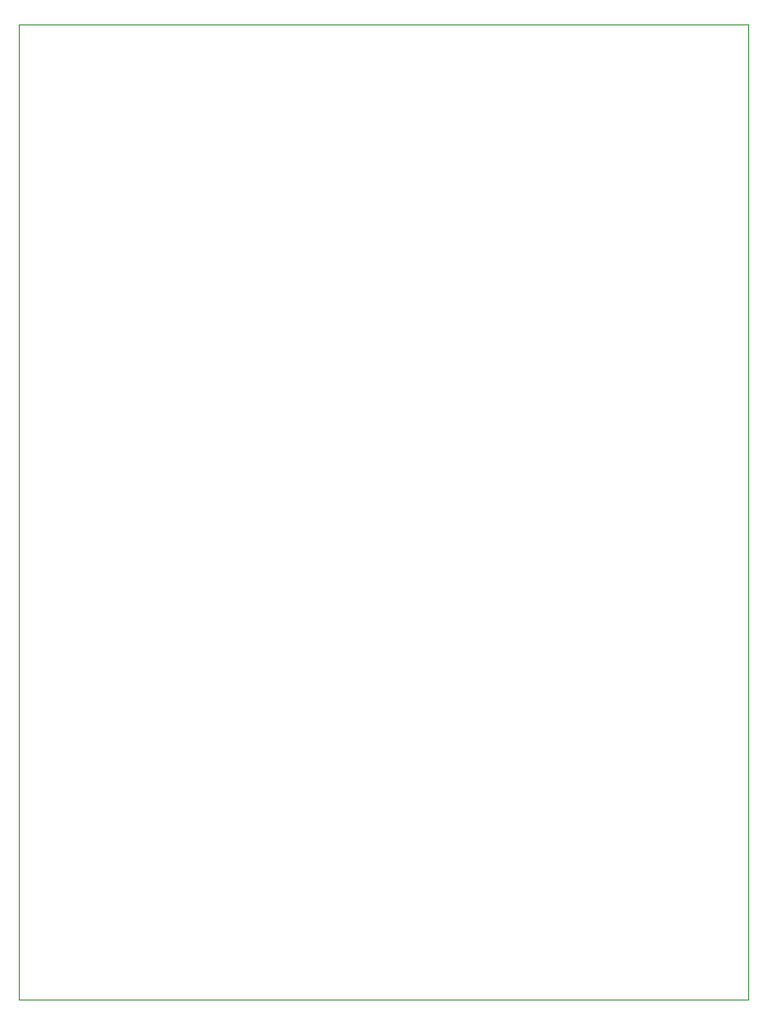
<source format=gm1>
G04 #@! TF.GenerationSoftware,KiCad,Pcbnew,(5.1.10)-1*
G04 #@! TF.CreationDate,2022-02-13T21:23:32+01:00*
G04 #@! TF.ProjectId,LITOS_v3,4c49544f-535f-4763-932e-6b696361645f,rev?*
G04 #@! TF.SameCoordinates,Original*
G04 #@! TF.FileFunction,Profile,NP*
%FSLAX46Y46*%
G04 Gerber Fmt 4.6, Leading zero omitted, Abs format (unit mm)*
G04 Created by KiCad (PCBNEW (5.1.10)-1) date 2022-02-13 21:23:32*
%MOMM*%
%LPD*%
G01*
G04 APERTURE LIST*
G04 #@! TA.AperFunction,Profile*
%ADD10C,0.050000*%
G04 #@! TD*
G04 APERTURE END LIST*
D10*
X120750000Y-50000000D02*
X75000000Y-50000000D01*
X120750000Y-137750000D02*
X120750000Y-50000000D01*
X55000000Y-137750000D02*
X120750000Y-137750000D01*
X55000000Y-50000000D02*
X55000000Y-137750000D01*
X75000000Y-50000000D02*
X55000000Y-50000000D01*
M02*

</source>
